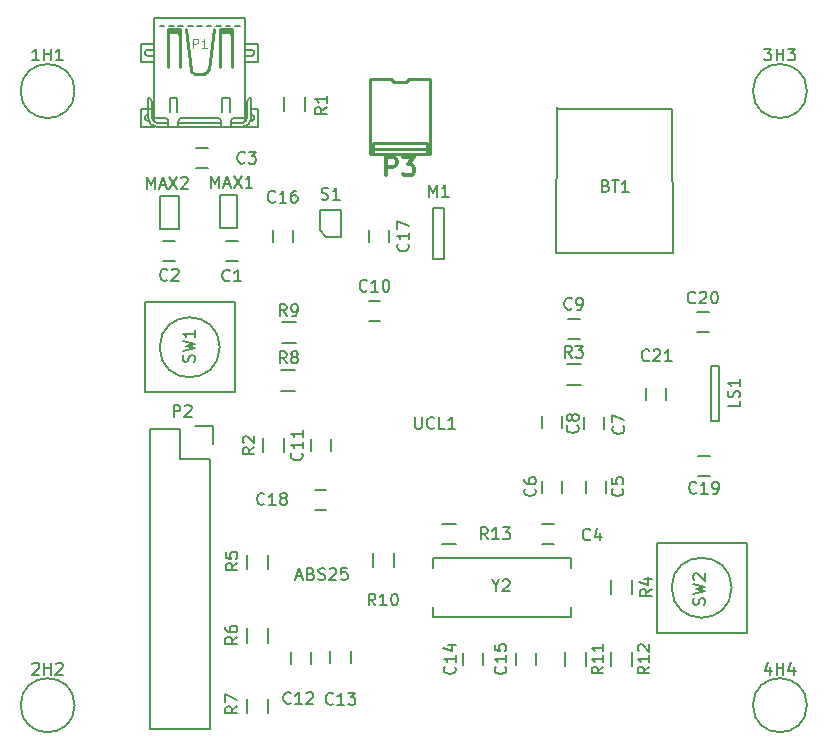
<source format=gto>
G04 #@! TF.FileFunction,Legend,Top*
%FSLAX46Y46*%
G04 Gerber Fmt 4.6, Leading zero omitted, Abs format (unit mm)*
G04 Created by KiCad (PCBNEW 4.0.1-3.201512161002+6197~38~ubuntu14.04.1-stable) date pet 18 dec 2015 18:38:33 CET*
%MOMM*%
G01*
G04 APERTURE LIST*
%ADD10C,0.100000*%
%ADD11C,0.150000*%
%ADD12C,0.127000*%
%ADD13C,0.250000*%
%ADD14C,0.254000*%
%ADD15C,0.076200*%
%ADD16C,0.304800*%
G04 APERTURE END LIST*
D10*
D11*
X135625000Y-95135000D02*
X135625000Y-96135000D01*
X137325000Y-96135000D02*
X137325000Y-95135000D01*
X149286000Y-70000000D02*
G75*
G03X149286000Y-70000000I-2286000J0D01*
G01*
X149286000Y-122000000D02*
G75*
G03X149286000Y-122000000I-2286000J0D01*
G01*
X87286000Y-122000000D02*
G75*
G03X87286000Y-122000000I-2286000J0D01*
G01*
X100084000Y-84416000D02*
X101084000Y-84416000D01*
X101084000Y-82716000D02*
X100084000Y-82716000D01*
X94780000Y-84430000D02*
X95780000Y-84430000D01*
X95780000Y-82730000D02*
X94780000Y-82730000D01*
X98544000Y-74842000D02*
X97544000Y-74842000D01*
X97544000Y-76542000D02*
X98544000Y-76542000D01*
X127900000Y-106650000D02*
X126900000Y-106650000D01*
X126900000Y-108350000D02*
X127900000Y-108350000D01*
X132250000Y-104000000D02*
X132250000Y-103000000D01*
X130550000Y-103000000D02*
X130550000Y-104000000D01*
X128550000Y-104000000D02*
X128550000Y-103000000D01*
X126850000Y-103000000D02*
X126850000Y-104000000D01*
X130425000Y-97575000D02*
X130425000Y-98575000D01*
X132125000Y-98575000D02*
X132125000Y-97575000D01*
X126850000Y-97550000D02*
X126850000Y-98550000D01*
X128550000Y-98550000D02*
X128550000Y-97550000D01*
X130050000Y-89300000D02*
X129050000Y-89300000D01*
X129050000Y-91000000D02*
X130050000Y-91000000D01*
X113175000Y-87775000D02*
X112175000Y-87775000D01*
X112175000Y-89475000D02*
X113175000Y-89475000D01*
X108975000Y-100475000D02*
X108975000Y-99475000D01*
X107275000Y-99475000D02*
X107275000Y-100475000D01*
X107320000Y-118500000D02*
X107320000Y-117500000D01*
X105620000Y-117500000D02*
X105620000Y-118500000D01*
X110650000Y-118420000D02*
X110650000Y-117420000D01*
X108950000Y-117420000D02*
X108950000Y-118420000D01*
X121850000Y-118600000D02*
X121850000Y-117600000D01*
X120150000Y-117600000D02*
X120150000Y-118600000D01*
X126350000Y-118600000D02*
X126350000Y-117600000D01*
X124650000Y-117600000D02*
X124650000Y-118600000D01*
X104052000Y-81796000D02*
X104052000Y-82796000D01*
X105752000Y-82796000D02*
X105752000Y-81796000D01*
X113880000Y-82796000D02*
X113880000Y-81796000D01*
X112180000Y-81796000D02*
X112180000Y-82796000D01*
X107600000Y-105450000D02*
X108600000Y-105450000D01*
X108600000Y-103750000D02*
X107600000Y-103750000D01*
X141085000Y-100935000D02*
X140085000Y-100935000D01*
X140085000Y-102635000D02*
X141085000Y-102635000D01*
X140015000Y-90435000D02*
X141015000Y-90435000D01*
X141015000Y-88735000D02*
X140015000Y-88735000D01*
X141185000Y-97975000D02*
X141285000Y-97975000D01*
X141285000Y-97975000D02*
X141885000Y-97975000D01*
X141885000Y-97975000D02*
X141885000Y-93275000D01*
X141885000Y-93275000D02*
X141185000Y-93275000D01*
X141185000Y-93275000D02*
X141185000Y-97975000D01*
X117660000Y-79892000D02*
X117660000Y-84242000D01*
X117660000Y-84242000D02*
X118560000Y-84242000D01*
X118560000Y-84242000D02*
X118560000Y-79892000D01*
X118560000Y-79892000D02*
X117660000Y-79892000D01*
X101034000Y-81614000D02*
X101034000Y-78814000D01*
X101034000Y-78814000D02*
X99634000Y-78814000D01*
X99634000Y-78814000D02*
X99634000Y-81614000D01*
X99634000Y-81614000D02*
X101034000Y-81614000D01*
X96120000Y-81714000D02*
X96120000Y-78914000D01*
X96120000Y-78914000D02*
X94520000Y-78914000D01*
X94520000Y-78914000D02*
X94520000Y-81714000D01*
X94520000Y-81714000D02*
X96120000Y-81714000D01*
D12*
X95476000Y-65018000D02*
G75*
G03X95226000Y-65268000I0J-250000D01*
G01*
X96126000Y-65268000D02*
G75*
G03X95876000Y-65018000I-250000J0D01*
G01*
X99876000Y-65018000D02*
G75*
G03X99626000Y-65268000I0J-250000D01*
G01*
X100526000Y-65268000D02*
G75*
G03X100276000Y-65018000I-250000J0D01*
G01*
X94926000Y-72268000D02*
X94026000Y-72268000D01*
X99376000Y-72268000D02*
X96376000Y-72268000D01*
X100826000Y-72268000D02*
X101726000Y-72268000D01*
D13*
X96176000Y-64968000D02*
X95176000Y-64968000D01*
X100576000Y-64968000D02*
X99576000Y-64968000D01*
X95176000Y-65468000D02*
X95176000Y-67968000D01*
X96176000Y-67968000D02*
X96176000Y-65468000D01*
X95176000Y-64718000D02*
X95176000Y-65468000D01*
X96176000Y-64718000D02*
X95176000Y-64718000D01*
X96176000Y-65468000D02*
X96176000Y-64718000D01*
X100576000Y-65468000D02*
X100576000Y-64718000D01*
X100576000Y-64718000D02*
X99576000Y-64718000D01*
X99576000Y-64718000D02*
X99576000Y-65468000D01*
X100576000Y-67968000D02*
X100576000Y-65468000D01*
X99576000Y-65468000D02*
X99576000Y-67968000D01*
X98626000Y-68218000D02*
X99076000Y-64718000D01*
X97126000Y-68218000D02*
X96676000Y-64718000D01*
X98326000Y-68518000D02*
X97426000Y-68518000D01*
X97126000Y-68218000D02*
G75*
G03X97426000Y-68518000I300000J0D01*
G01*
X98326000Y-68518000D02*
G75*
G03X98626000Y-68218000I0J300000D01*
G01*
D12*
X95326000Y-70618000D02*
X95326000Y-71768000D01*
X95976000Y-70618000D02*
X95326000Y-70618000D01*
X95976000Y-70618000D02*
X95976000Y-71768000D01*
X100426000Y-70618000D02*
X100426000Y-71768000D01*
X100426000Y-70618000D02*
X99776000Y-70618000D01*
X99776000Y-70618000D02*
X99776000Y-71768000D01*
X96076000Y-72568000D02*
X96076000Y-73018000D01*
X95226000Y-72568000D02*
X95226000Y-73018000D01*
X95226000Y-72568000D02*
G75*
G03X94926000Y-72268000I-300000J0D01*
G01*
X96376000Y-72268000D02*
G75*
G03X96076000Y-72568000I0J-300000D01*
G01*
X99676000Y-72568000D02*
X99676000Y-73018000D01*
X100526000Y-72568000D02*
X100526000Y-73018000D01*
X99676000Y-72568000D02*
G75*
G03X99376000Y-72268000I-300000J0D01*
G01*
X100826000Y-72268000D02*
G75*
G03X100526000Y-72568000I0J-300000D01*
G01*
X95226000Y-72668000D02*
X94226000Y-72668000D01*
X99676000Y-72668000D02*
X96076000Y-72668000D01*
X101526000Y-72668000D02*
X100526000Y-72668000D01*
X93526000Y-72018000D02*
X93476000Y-72018000D01*
X94026000Y-72018000D02*
X93876000Y-72018000D01*
X93476000Y-72518000D02*
X93526000Y-72518000D01*
X94026000Y-72518000D02*
X94026000Y-72268000D01*
X101876000Y-71518000D02*
X101726000Y-71518000D01*
X102826000Y-71518000D02*
X102226000Y-71518000D01*
X102226000Y-72018000D02*
X102276000Y-72018000D01*
X101876000Y-72018000D02*
X101726000Y-72018000D01*
X102276000Y-72518000D02*
X102226000Y-72518000D01*
X101726000Y-72518000D02*
X101726000Y-72268000D01*
X101526000Y-73018000D02*
X94226000Y-73018000D01*
X94226000Y-72668000D02*
G75*
G02X93876000Y-72318000I0J350000D01*
G01*
X94226000Y-73018000D02*
G75*
G02X93526000Y-72318000I0J700000D01*
G01*
X93876000Y-70968000D02*
X93876000Y-72318000D01*
X93676000Y-70618000D02*
X93876000Y-70968000D01*
X93626000Y-70618000D02*
X93676000Y-70618000D01*
X93526000Y-70618000D02*
X93626000Y-70618000D01*
X93526000Y-72318000D02*
X93526000Y-70618000D01*
X102226000Y-72318000D02*
X102226000Y-70618000D01*
X102226000Y-70618000D02*
X102126000Y-70618000D01*
X102126000Y-70618000D02*
X102076000Y-70618000D01*
X102076000Y-70618000D02*
X101876000Y-70968000D01*
X101876000Y-70968000D02*
X101876000Y-72318000D01*
X101526000Y-73018000D02*
G75*
G03X102226000Y-72318000I0J700000D01*
G01*
X101526000Y-72668000D02*
G75*
G03X101876000Y-72318000I0J350000D01*
G01*
X93476000Y-66518000D02*
G75*
G03X93226000Y-66768000I0J-250000D01*
G01*
X93226000Y-66768000D02*
G75*
G03X93476000Y-67018000I250000J0D01*
G01*
X93476000Y-66518000D02*
X94026000Y-66518000D01*
X93476000Y-67018000D02*
X94026000Y-67018000D01*
X93476000Y-72018000D02*
G75*
G03X93226000Y-72268000I0J-250000D01*
G01*
X93226000Y-72268000D02*
G75*
G03X93476000Y-72518000I250000J0D01*
G01*
X102276000Y-66518000D02*
X101726000Y-66518000D01*
X102276000Y-67018000D02*
X101726000Y-67018000D01*
X102526000Y-66768000D02*
G75*
G03X102276000Y-66518000I-250000J0D01*
G01*
X102276000Y-67018000D02*
G75*
G03X102526000Y-66768000I0J250000D01*
G01*
X102526000Y-72268000D02*
G75*
G03X102276000Y-72018000I-250000J0D01*
G01*
X102276000Y-72518000D02*
G75*
G03X102526000Y-72268000I0J250000D01*
G01*
X101726000Y-73018000D02*
X102826000Y-73018000D01*
X102826000Y-73018000D02*
X102826000Y-71518000D01*
X94026000Y-71518000D02*
X92926000Y-71518000D01*
X92926000Y-71518000D02*
X92926000Y-73018000D01*
X92926000Y-73018000D02*
X94026000Y-73018000D01*
X94026000Y-66018000D02*
X92926000Y-66018000D01*
X92926000Y-66018000D02*
X92926000Y-67518000D01*
X92926000Y-67518000D02*
X94026000Y-67518000D01*
X101726000Y-66018000D02*
X102826000Y-66018000D01*
X102826000Y-66018000D02*
X102826000Y-67518000D01*
X102826000Y-67518000D02*
X101726000Y-67518000D01*
X101726000Y-63818000D02*
X101726000Y-72268000D01*
X94026000Y-72268000D02*
X94026000Y-63818000D01*
X101726000Y-63818000D02*
X94026000Y-63818000D01*
X101276000Y-64468000D02*
X100876000Y-64468000D01*
X100476000Y-64468000D02*
X100076000Y-64468000D01*
X99676000Y-64468000D02*
X99276000Y-64468000D01*
X98876000Y-64468000D02*
X98476000Y-64468000D01*
X94876000Y-64468000D02*
X94476000Y-64468000D01*
X95676000Y-64468000D02*
X95276000Y-64468000D01*
X96476000Y-64468000D02*
X96076000Y-64468000D01*
X97276000Y-64468000D02*
X96876000Y-64468000D01*
X98076000Y-64468000D02*
X97676000Y-64468000D01*
D11*
X93665000Y-124045000D02*
X93665000Y-98645000D01*
X98745000Y-101185000D02*
X98745000Y-124045000D01*
X93665000Y-124045000D02*
X98745000Y-124045000D01*
X93665000Y-98645000D02*
X96205000Y-98645000D01*
X99025000Y-99915000D02*
X99025000Y-98365000D01*
X96205000Y-98645000D02*
X96205000Y-101185000D01*
X96205000Y-101185000D02*
X98745000Y-101185000D01*
X99025000Y-98365000D02*
X97475000Y-98365000D01*
D14*
X117094000Y-74422000D02*
X112522000Y-74422000D01*
X112522000Y-74930000D02*
X117094000Y-74930000D01*
X112522000Y-74422000D02*
X112522000Y-75311000D01*
X117094000Y-74422000D02*
X117094000Y-75311000D01*
X115570000Y-68961000D02*
X117348000Y-68961000D01*
X114046000Y-68961000D02*
X112268000Y-68961000D01*
X114300000Y-69215000D02*
X114046000Y-68961000D01*
X115316000Y-69215000D02*
X115570000Y-68961000D01*
X115316000Y-69215000D02*
X114300000Y-69215000D01*
X112268000Y-75311000D02*
X112268000Y-68961000D01*
X117348000Y-68961000D02*
X117348000Y-75311000D01*
X117348000Y-75311000D02*
X112268000Y-75311000D01*
D11*
X105043000Y-71720000D02*
X105043000Y-70520000D01*
X106793000Y-70520000D02*
X106793000Y-71720000D01*
X105025000Y-99400000D02*
X105025000Y-100600000D01*
X103275000Y-100600000D02*
X103275000Y-99400000D01*
X130150000Y-94900000D02*
X128950000Y-94900000D01*
X128950000Y-93150000D02*
X130150000Y-93150000D01*
X132725000Y-112600000D02*
X132725000Y-111400000D01*
X134475000Y-111400000D02*
X134475000Y-112600000D01*
X103625000Y-109250000D02*
X103625000Y-110450000D01*
X101875000Y-110450000D02*
X101875000Y-109250000D01*
X101900000Y-116700000D02*
X101900000Y-115500000D01*
X103650000Y-115500000D02*
X103650000Y-116700000D01*
X101925000Y-122675000D02*
X101925000Y-121475000D01*
X103675000Y-121475000D02*
X103675000Y-122675000D01*
X105980000Y-95355000D02*
X104780000Y-95355000D01*
X104780000Y-93605000D02*
X105980000Y-93605000D01*
X106010000Y-91299000D02*
X104810000Y-91299000D01*
X104810000Y-89549000D02*
X106010000Y-89549000D01*
X112545000Y-110340000D02*
X112545000Y-109140000D01*
X114295000Y-109140000D02*
X114295000Y-110340000D01*
X130575000Y-117500000D02*
X130575000Y-118700000D01*
X128825000Y-118700000D02*
X128825000Y-117500000D01*
X132725000Y-118700000D02*
X132725000Y-117500000D01*
X134475000Y-117500000D02*
X134475000Y-118700000D01*
X119600000Y-108375000D02*
X118400000Y-108375000D01*
X118400000Y-106625000D02*
X119600000Y-106625000D01*
X108036000Y-80080000D02*
X108036000Y-81780000D01*
X108036000Y-81780000D02*
X108536000Y-82380000D01*
X108536000Y-82380000D02*
X109836000Y-82380000D01*
X109836000Y-82380000D02*
X109836000Y-80180000D01*
X109836000Y-80180000D02*
X109836000Y-80080000D01*
X109836000Y-80080000D02*
X108036000Y-80080000D01*
X99568000Y-91694000D02*
G75*
G03X99568000Y-91694000I-2540000J0D01*
G01*
X100838000Y-87884000D02*
X100838000Y-95504000D01*
X100838000Y-95504000D02*
X93218000Y-95504000D01*
X93218000Y-95504000D02*
X93218000Y-87884000D01*
X100838000Y-87884000D02*
X93218000Y-87884000D01*
X117650380Y-114499360D02*
X129349620Y-114499360D01*
X129349620Y-109500640D02*
X117650380Y-109500640D01*
X129349620Y-114499360D02*
X129349620Y-113651000D01*
X129349620Y-109500640D02*
X129349620Y-110349000D01*
X117650380Y-114499360D02*
X117650380Y-113651000D01*
X117650380Y-109500640D02*
X117650380Y-110349000D01*
X87286000Y-70000000D02*
G75*
G03X87286000Y-70000000I-2286000J0D01*
G01*
X128134000Y-71390000D02*
X128084000Y-83740000D01*
X128084000Y-83740000D02*
X137934000Y-83740000D01*
X137934000Y-83740000D02*
X137884000Y-71540000D01*
X137884000Y-71540000D02*
X128134000Y-71540000D01*
X142915000Y-112050000D02*
G75*
G03X142915000Y-112050000I-2540000J0D01*
G01*
X136565000Y-115860000D02*
X136565000Y-108240000D01*
X136565000Y-108240000D02*
X144185000Y-108240000D01*
X144185000Y-108240000D02*
X144185000Y-115860000D01*
X136565000Y-115860000D02*
X144185000Y-115860000D01*
X116108333Y-97602381D02*
X116108333Y-98411905D01*
X116155952Y-98507143D01*
X116203571Y-98554762D01*
X116298809Y-98602381D01*
X116489286Y-98602381D01*
X116584524Y-98554762D01*
X116632143Y-98507143D01*
X116679762Y-98411905D01*
X116679762Y-97602381D01*
X117727381Y-98507143D02*
X117679762Y-98554762D01*
X117536905Y-98602381D01*
X117441667Y-98602381D01*
X117298809Y-98554762D01*
X117203571Y-98459524D01*
X117155952Y-98364286D01*
X117108333Y-98173810D01*
X117108333Y-98030952D01*
X117155952Y-97840476D01*
X117203571Y-97745238D01*
X117298809Y-97650000D01*
X117441667Y-97602381D01*
X117536905Y-97602381D01*
X117679762Y-97650000D01*
X117727381Y-97697619D01*
X118632143Y-98602381D02*
X118155952Y-98602381D01*
X118155952Y-97602381D01*
X119489286Y-98602381D02*
X118917857Y-98602381D01*
X119203571Y-98602381D02*
X119203571Y-97602381D01*
X119108333Y-97745238D01*
X119013095Y-97840476D01*
X118917857Y-97888095D01*
X135932143Y-92782143D02*
X135884524Y-92829762D01*
X135741667Y-92877381D01*
X135646429Y-92877381D01*
X135503571Y-92829762D01*
X135408333Y-92734524D01*
X135360714Y-92639286D01*
X135313095Y-92448810D01*
X135313095Y-92305952D01*
X135360714Y-92115476D01*
X135408333Y-92020238D01*
X135503571Y-91925000D01*
X135646429Y-91877381D01*
X135741667Y-91877381D01*
X135884524Y-91925000D01*
X135932143Y-91972619D01*
X136313095Y-91972619D02*
X136360714Y-91925000D01*
X136455952Y-91877381D01*
X136694048Y-91877381D01*
X136789286Y-91925000D01*
X136836905Y-91972619D01*
X136884524Y-92067857D01*
X136884524Y-92163095D01*
X136836905Y-92305952D01*
X136265476Y-92877381D01*
X136884524Y-92877381D01*
X137836905Y-92877381D02*
X137265476Y-92877381D01*
X137551190Y-92877381D02*
X137551190Y-91877381D01*
X137455952Y-92020238D01*
X137360714Y-92115476D01*
X137265476Y-92163095D01*
X145666667Y-66404381D02*
X146285715Y-66404381D01*
X145952381Y-66785333D01*
X146095239Y-66785333D01*
X146190477Y-66832952D01*
X146238096Y-66880571D01*
X146285715Y-66975810D01*
X146285715Y-67213905D01*
X146238096Y-67309143D01*
X146190477Y-67356762D01*
X146095239Y-67404381D01*
X145809524Y-67404381D01*
X145714286Y-67356762D01*
X145666667Y-67309143D01*
X146714286Y-67404381D02*
X146714286Y-66404381D01*
X146714286Y-66880571D02*
X147285715Y-66880571D01*
X147285715Y-67404381D02*
X147285715Y-66404381D01*
X147666667Y-66404381D02*
X148285715Y-66404381D01*
X147952381Y-66785333D01*
X148095239Y-66785333D01*
X148190477Y-66832952D01*
X148238096Y-66880571D01*
X148285715Y-66975810D01*
X148285715Y-67213905D01*
X148238096Y-67309143D01*
X148190477Y-67356762D01*
X148095239Y-67404381D01*
X147809524Y-67404381D01*
X147714286Y-67356762D01*
X147666667Y-67309143D01*
X146190477Y-118737714D02*
X146190477Y-119404381D01*
X145952381Y-118356762D02*
X145714286Y-119071048D01*
X146333334Y-119071048D01*
X146714286Y-119404381D02*
X146714286Y-118404381D01*
X146714286Y-118880571D02*
X147285715Y-118880571D01*
X147285715Y-119404381D02*
X147285715Y-118404381D01*
X148190477Y-118737714D02*
X148190477Y-119404381D01*
X147952381Y-118356762D02*
X147714286Y-119071048D01*
X148333334Y-119071048D01*
X83714286Y-118499619D02*
X83761905Y-118452000D01*
X83857143Y-118404381D01*
X84095239Y-118404381D01*
X84190477Y-118452000D01*
X84238096Y-118499619D01*
X84285715Y-118594857D01*
X84285715Y-118690095D01*
X84238096Y-118832952D01*
X83666667Y-119404381D01*
X84285715Y-119404381D01*
X84714286Y-119404381D02*
X84714286Y-118404381D01*
X84714286Y-118880571D02*
X85285715Y-118880571D01*
X85285715Y-119404381D02*
X85285715Y-118404381D01*
X85714286Y-118499619D02*
X85761905Y-118452000D01*
X85857143Y-118404381D01*
X86095239Y-118404381D01*
X86190477Y-118452000D01*
X86238096Y-118499619D01*
X86285715Y-118594857D01*
X86285715Y-118690095D01*
X86238096Y-118832952D01*
X85666667Y-119404381D01*
X86285715Y-119404381D01*
X100417334Y-86023143D02*
X100369715Y-86070762D01*
X100226858Y-86118381D01*
X100131620Y-86118381D01*
X99988762Y-86070762D01*
X99893524Y-85975524D01*
X99845905Y-85880286D01*
X99798286Y-85689810D01*
X99798286Y-85546952D01*
X99845905Y-85356476D01*
X99893524Y-85261238D01*
X99988762Y-85166000D01*
X100131620Y-85118381D01*
X100226858Y-85118381D01*
X100369715Y-85166000D01*
X100417334Y-85213619D01*
X101369715Y-86118381D02*
X100798286Y-86118381D01*
X101084000Y-86118381D02*
X101084000Y-85118381D01*
X100988762Y-85261238D01*
X100893524Y-85356476D01*
X100798286Y-85404095D01*
X95133334Y-85957143D02*
X95085715Y-86004762D01*
X94942858Y-86052381D01*
X94847620Y-86052381D01*
X94704762Y-86004762D01*
X94609524Y-85909524D01*
X94561905Y-85814286D01*
X94514286Y-85623810D01*
X94514286Y-85480952D01*
X94561905Y-85290476D01*
X94609524Y-85195238D01*
X94704762Y-85100000D01*
X94847620Y-85052381D01*
X94942858Y-85052381D01*
X95085715Y-85100000D01*
X95133334Y-85147619D01*
X95514286Y-85147619D02*
X95561905Y-85100000D01*
X95657143Y-85052381D01*
X95895239Y-85052381D01*
X95990477Y-85100000D01*
X96038096Y-85147619D01*
X96085715Y-85242857D01*
X96085715Y-85338095D01*
X96038096Y-85480952D01*
X95466667Y-86052381D01*
X96085715Y-86052381D01*
X101687334Y-76049143D02*
X101639715Y-76096762D01*
X101496858Y-76144381D01*
X101401620Y-76144381D01*
X101258762Y-76096762D01*
X101163524Y-76001524D01*
X101115905Y-75906286D01*
X101068286Y-75715810D01*
X101068286Y-75572952D01*
X101115905Y-75382476D01*
X101163524Y-75287238D01*
X101258762Y-75192000D01*
X101401620Y-75144381D01*
X101496858Y-75144381D01*
X101639715Y-75192000D01*
X101687334Y-75239619D01*
X102020667Y-75144381D02*
X102639715Y-75144381D01*
X102306381Y-75525333D01*
X102449239Y-75525333D01*
X102544477Y-75572952D01*
X102592096Y-75620571D01*
X102639715Y-75715810D01*
X102639715Y-75953905D01*
X102592096Y-76049143D01*
X102544477Y-76096762D01*
X102449239Y-76144381D01*
X102163524Y-76144381D01*
X102068286Y-76096762D01*
X102020667Y-76049143D01*
X130933334Y-107957143D02*
X130885715Y-108004762D01*
X130742858Y-108052381D01*
X130647620Y-108052381D01*
X130504762Y-108004762D01*
X130409524Y-107909524D01*
X130361905Y-107814286D01*
X130314286Y-107623810D01*
X130314286Y-107480952D01*
X130361905Y-107290476D01*
X130409524Y-107195238D01*
X130504762Y-107100000D01*
X130647620Y-107052381D01*
X130742858Y-107052381D01*
X130885715Y-107100000D01*
X130933334Y-107147619D01*
X131790477Y-107385714D02*
X131790477Y-108052381D01*
X131552381Y-107004762D02*
X131314286Y-107719048D01*
X131933334Y-107719048D01*
X133657143Y-103666666D02*
X133704762Y-103714285D01*
X133752381Y-103857142D01*
X133752381Y-103952380D01*
X133704762Y-104095238D01*
X133609524Y-104190476D01*
X133514286Y-104238095D01*
X133323810Y-104285714D01*
X133180952Y-104285714D01*
X132990476Y-104238095D01*
X132895238Y-104190476D01*
X132800000Y-104095238D01*
X132752381Y-103952380D01*
X132752381Y-103857142D01*
X132800000Y-103714285D01*
X132847619Y-103666666D01*
X132752381Y-102761904D02*
X132752381Y-103238095D01*
X133228571Y-103285714D01*
X133180952Y-103238095D01*
X133133333Y-103142857D01*
X133133333Y-102904761D01*
X133180952Y-102809523D01*
X133228571Y-102761904D01*
X133323810Y-102714285D01*
X133561905Y-102714285D01*
X133657143Y-102761904D01*
X133704762Y-102809523D01*
X133752381Y-102904761D01*
X133752381Y-103142857D01*
X133704762Y-103238095D01*
X133657143Y-103285714D01*
X126257143Y-103666666D02*
X126304762Y-103714285D01*
X126352381Y-103857142D01*
X126352381Y-103952380D01*
X126304762Y-104095238D01*
X126209524Y-104190476D01*
X126114286Y-104238095D01*
X125923810Y-104285714D01*
X125780952Y-104285714D01*
X125590476Y-104238095D01*
X125495238Y-104190476D01*
X125400000Y-104095238D01*
X125352381Y-103952380D01*
X125352381Y-103857142D01*
X125400000Y-103714285D01*
X125447619Y-103666666D01*
X125352381Y-102809523D02*
X125352381Y-103000000D01*
X125400000Y-103095238D01*
X125447619Y-103142857D01*
X125590476Y-103238095D01*
X125780952Y-103285714D01*
X126161905Y-103285714D01*
X126257143Y-103238095D01*
X126304762Y-103190476D01*
X126352381Y-103095238D01*
X126352381Y-102904761D01*
X126304762Y-102809523D01*
X126257143Y-102761904D01*
X126161905Y-102714285D01*
X125923810Y-102714285D01*
X125828571Y-102761904D01*
X125780952Y-102809523D01*
X125733333Y-102904761D01*
X125733333Y-103095238D01*
X125780952Y-103190476D01*
X125828571Y-103238095D01*
X125923810Y-103285714D01*
X133732143Y-98391666D02*
X133779762Y-98439285D01*
X133827381Y-98582142D01*
X133827381Y-98677380D01*
X133779762Y-98820238D01*
X133684524Y-98915476D01*
X133589286Y-98963095D01*
X133398810Y-99010714D01*
X133255952Y-99010714D01*
X133065476Y-98963095D01*
X132970238Y-98915476D01*
X132875000Y-98820238D01*
X132827381Y-98677380D01*
X132827381Y-98582142D01*
X132875000Y-98439285D01*
X132922619Y-98391666D01*
X132827381Y-98058333D02*
X132827381Y-97391666D01*
X133827381Y-97820238D01*
X129857143Y-98316666D02*
X129904762Y-98364285D01*
X129952381Y-98507142D01*
X129952381Y-98602380D01*
X129904762Y-98745238D01*
X129809524Y-98840476D01*
X129714286Y-98888095D01*
X129523810Y-98935714D01*
X129380952Y-98935714D01*
X129190476Y-98888095D01*
X129095238Y-98840476D01*
X129000000Y-98745238D01*
X128952381Y-98602380D01*
X128952381Y-98507142D01*
X129000000Y-98364285D01*
X129047619Y-98316666D01*
X129380952Y-97745238D02*
X129333333Y-97840476D01*
X129285714Y-97888095D01*
X129190476Y-97935714D01*
X129142857Y-97935714D01*
X129047619Y-97888095D01*
X129000000Y-97840476D01*
X128952381Y-97745238D01*
X128952381Y-97554761D01*
X129000000Y-97459523D01*
X129047619Y-97411904D01*
X129142857Y-97364285D01*
X129190476Y-97364285D01*
X129285714Y-97411904D01*
X129333333Y-97459523D01*
X129380952Y-97554761D01*
X129380952Y-97745238D01*
X129428571Y-97840476D01*
X129476190Y-97888095D01*
X129571429Y-97935714D01*
X129761905Y-97935714D01*
X129857143Y-97888095D01*
X129904762Y-97840476D01*
X129952381Y-97745238D01*
X129952381Y-97554761D01*
X129904762Y-97459523D01*
X129857143Y-97411904D01*
X129761905Y-97364285D01*
X129571429Y-97364285D01*
X129476190Y-97411904D01*
X129428571Y-97459523D01*
X129380952Y-97554761D01*
X129383334Y-88407143D02*
X129335715Y-88454762D01*
X129192858Y-88502381D01*
X129097620Y-88502381D01*
X128954762Y-88454762D01*
X128859524Y-88359524D01*
X128811905Y-88264286D01*
X128764286Y-88073810D01*
X128764286Y-87930952D01*
X128811905Y-87740476D01*
X128859524Y-87645238D01*
X128954762Y-87550000D01*
X129097620Y-87502381D01*
X129192858Y-87502381D01*
X129335715Y-87550000D01*
X129383334Y-87597619D01*
X129859524Y-88502381D02*
X130050000Y-88502381D01*
X130145239Y-88454762D01*
X130192858Y-88407143D01*
X130288096Y-88264286D01*
X130335715Y-88073810D01*
X130335715Y-87692857D01*
X130288096Y-87597619D01*
X130240477Y-87550000D01*
X130145239Y-87502381D01*
X129954762Y-87502381D01*
X129859524Y-87550000D01*
X129811905Y-87597619D01*
X129764286Y-87692857D01*
X129764286Y-87930952D01*
X129811905Y-88026190D01*
X129859524Y-88073810D01*
X129954762Y-88121429D01*
X130145239Y-88121429D01*
X130240477Y-88073810D01*
X130288096Y-88026190D01*
X130335715Y-87930952D01*
X112032143Y-86882143D02*
X111984524Y-86929762D01*
X111841667Y-86977381D01*
X111746429Y-86977381D01*
X111603571Y-86929762D01*
X111508333Y-86834524D01*
X111460714Y-86739286D01*
X111413095Y-86548810D01*
X111413095Y-86405952D01*
X111460714Y-86215476D01*
X111508333Y-86120238D01*
X111603571Y-86025000D01*
X111746429Y-85977381D01*
X111841667Y-85977381D01*
X111984524Y-86025000D01*
X112032143Y-86072619D01*
X112984524Y-86977381D02*
X112413095Y-86977381D01*
X112698809Y-86977381D02*
X112698809Y-85977381D01*
X112603571Y-86120238D01*
X112508333Y-86215476D01*
X112413095Y-86263095D01*
X113603571Y-85977381D02*
X113698810Y-85977381D01*
X113794048Y-86025000D01*
X113841667Y-86072619D01*
X113889286Y-86167857D01*
X113936905Y-86358333D01*
X113936905Y-86596429D01*
X113889286Y-86786905D01*
X113841667Y-86882143D01*
X113794048Y-86929762D01*
X113698810Y-86977381D01*
X113603571Y-86977381D01*
X113508333Y-86929762D01*
X113460714Y-86882143D01*
X113413095Y-86786905D01*
X113365476Y-86596429D01*
X113365476Y-86358333D01*
X113413095Y-86167857D01*
X113460714Y-86072619D01*
X113508333Y-86025000D01*
X113603571Y-85977381D01*
X106507143Y-100642857D02*
X106554762Y-100690476D01*
X106602381Y-100833333D01*
X106602381Y-100928571D01*
X106554762Y-101071429D01*
X106459524Y-101166667D01*
X106364286Y-101214286D01*
X106173810Y-101261905D01*
X106030952Y-101261905D01*
X105840476Y-101214286D01*
X105745238Y-101166667D01*
X105650000Y-101071429D01*
X105602381Y-100928571D01*
X105602381Y-100833333D01*
X105650000Y-100690476D01*
X105697619Y-100642857D01*
X106602381Y-99690476D02*
X106602381Y-100261905D01*
X106602381Y-99976191D02*
X105602381Y-99976191D01*
X105745238Y-100071429D01*
X105840476Y-100166667D01*
X105888095Y-100261905D01*
X106602381Y-98738095D02*
X106602381Y-99309524D01*
X106602381Y-99023810D02*
X105602381Y-99023810D01*
X105745238Y-99119048D01*
X105840476Y-99214286D01*
X105888095Y-99309524D01*
X105587143Y-121807143D02*
X105539524Y-121854762D01*
X105396667Y-121902381D01*
X105301429Y-121902381D01*
X105158571Y-121854762D01*
X105063333Y-121759524D01*
X105015714Y-121664286D01*
X104968095Y-121473810D01*
X104968095Y-121330952D01*
X105015714Y-121140476D01*
X105063333Y-121045238D01*
X105158571Y-120950000D01*
X105301429Y-120902381D01*
X105396667Y-120902381D01*
X105539524Y-120950000D01*
X105587143Y-120997619D01*
X106539524Y-121902381D02*
X105968095Y-121902381D01*
X106253809Y-121902381D02*
X106253809Y-120902381D01*
X106158571Y-121045238D01*
X106063333Y-121140476D01*
X105968095Y-121188095D01*
X106920476Y-120997619D02*
X106968095Y-120950000D01*
X107063333Y-120902381D01*
X107301429Y-120902381D01*
X107396667Y-120950000D01*
X107444286Y-120997619D01*
X107491905Y-121092857D01*
X107491905Y-121188095D01*
X107444286Y-121330952D01*
X106872857Y-121902381D01*
X107491905Y-121902381D01*
X109157143Y-121857143D02*
X109109524Y-121904762D01*
X108966667Y-121952381D01*
X108871429Y-121952381D01*
X108728571Y-121904762D01*
X108633333Y-121809524D01*
X108585714Y-121714286D01*
X108538095Y-121523810D01*
X108538095Y-121380952D01*
X108585714Y-121190476D01*
X108633333Y-121095238D01*
X108728571Y-121000000D01*
X108871429Y-120952381D01*
X108966667Y-120952381D01*
X109109524Y-121000000D01*
X109157143Y-121047619D01*
X110109524Y-121952381D02*
X109538095Y-121952381D01*
X109823809Y-121952381D02*
X109823809Y-120952381D01*
X109728571Y-121095238D01*
X109633333Y-121190476D01*
X109538095Y-121238095D01*
X110442857Y-120952381D02*
X111061905Y-120952381D01*
X110728571Y-121333333D01*
X110871429Y-121333333D01*
X110966667Y-121380952D01*
X111014286Y-121428571D01*
X111061905Y-121523810D01*
X111061905Y-121761905D01*
X111014286Y-121857143D01*
X110966667Y-121904762D01*
X110871429Y-121952381D01*
X110585714Y-121952381D01*
X110490476Y-121904762D01*
X110442857Y-121857143D01*
X119457143Y-118742857D02*
X119504762Y-118790476D01*
X119552381Y-118933333D01*
X119552381Y-119028571D01*
X119504762Y-119171429D01*
X119409524Y-119266667D01*
X119314286Y-119314286D01*
X119123810Y-119361905D01*
X118980952Y-119361905D01*
X118790476Y-119314286D01*
X118695238Y-119266667D01*
X118600000Y-119171429D01*
X118552381Y-119028571D01*
X118552381Y-118933333D01*
X118600000Y-118790476D01*
X118647619Y-118742857D01*
X119552381Y-117790476D02*
X119552381Y-118361905D01*
X119552381Y-118076191D02*
X118552381Y-118076191D01*
X118695238Y-118171429D01*
X118790476Y-118266667D01*
X118838095Y-118361905D01*
X118885714Y-116933333D02*
X119552381Y-116933333D01*
X118504762Y-117171429D02*
X119219048Y-117409524D01*
X119219048Y-116790476D01*
X123757143Y-118742857D02*
X123804762Y-118790476D01*
X123852381Y-118933333D01*
X123852381Y-119028571D01*
X123804762Y-119171429D01*
X123709524Y-119266667D01*
X123614286Y-119314286D01*
X123423810Y-119361905D01*
X123280952Y-119361905D01*
X123090476Y-119314286D01*
X122995238Y-119266667D01*
X122900000Y-119171429D01*
X122852381Y-119028571D01*
X122852381Y-118933333D01*
X122900000Y-118790476D01*
X122947619Y-118742857D01*
X123852381Y-117790476D02*
X123852381Y-118361905D01*
X123852381Y-118076191D02*
X122852381Y-118076191D01*
X122995238Y-118171429D01*
X123090476Y-118266667D01*
X123138095Y-118361905D01*
X122852381Y-116885714D02*
X122852381Y-117361905D01*
X123328571Y-117409524D01*
X123280952Y-117361905D01*
X123233333Y-117266667D01*
X123233333Y-117028571D01*
X123280952Y-116933333D01*
X123328571Y-116885714D01*
X123423810Y-116838095D01*
X123661905Y-116838095D01*
X123757143Y-116885714D01*
X123804762Y-116933333D01*
X123852381Y-117028571D01*
X123852381Y-117266667D01*
X123804762Y-117361905D01*
X123757143Y-117409524D01*
X104259143Y-79351143D02*
X104211524Y-79398762D01*
X104068667Y-79446381D01*
X103973429Y-79446381D01*
X103830571Y-79398762D01*
X103735333Y-79303524D01*
X103687714Y-79208286D01*
X103640095Y-79017810D01*
X103640095Y-78874952D01*
X103687714Y-78684476D01*
X103735333Y-78589238D01*
X103830571Y-78494000D01*
X103973429Y-78446381D01*
X104068667Y-78446381D01*
X104211524Y-78494000D01*
X104259143Y-78541619D01*
X105211524Y-79446381D02*
X104640095Y-79446381D01*
X104925809Y-79446381D02*
X104925809Y-78446381D01*
X104830571Y-78589238D01*
X104735333Y-78684476D01*
X104640095Y-78732095D01*
X106068667Y-78446381D02*
X105878190Y-78446381D01*
X105782952Y-78494000D01*
X105735333Y-78541619D01*
X105640095Y-78684476D01*
X105592476Y-78874952D01*
X105592476Y-79255905D01*
X105640095Y-79351143D01*
X105687714Y-79398762D01*
X105782952Y-79446381D01*
X105973429Y-79446381D01*
X106068667Y-79398762D01*
X106116286Y-79351143D01*
X106163905Y-79255905D01*
X106163905Y-79017810D01*
X106116286Y-78922571D01*
X106068667Y-78874952D01*
X105973429Y-78827333D01*
X105782952Y-78827333D01*
X105687714Y-78874952D01*
X105640095Y-78922571D01*
X105592476Y-79017810D01*
X115487143Y-82938857D02*
X115534762Y-82986476D01*
X115582381Y-83129333D01*
X115582381Y-83224571D01*
X115534762Y-83367429D01*
X115439524Y-83462667D01*
X115344286Y-83510286D01*
X115153810Y-83557905D01*
X115010952Y-83557905D01*
X114820476Y-83510286D01*
X114725238Y-83462667D01*
X114630000Y-83367429D01*
X114582381Y-83224571D01*
X114582381Y-83129333D01*
X114630000Y-82986476D01*
X114677619Y-82938857D01*
X115582381Y-81986476D02*
X115582381Y-82557905D01*
X115582381Y-82272191D02*
X114582381Y-82272191D01*
X114725238Y-82367429D01*
X114820476Y-82462667D01*
X114868095Y-82557905D01*
X114582381Y-81653143D02*
X114582381Y-80986476D01*
X115582381Y-81415048D01*
X103357143Y-104957143D02*
X103309524Y-105004762D01*
X103166667Y-105052381D01*
X103071429Y-105052381D01*
X102928571Y-105004762D01*
X102833333Y-104909524D01*
X102785714Y-104814286D01*
X102738095Y-104623810D01*
X102738095Y-104480952D01*
X102785714Y-104290476D01*
X102833333Y-104195238D01*
X102928571Y-104100000D01*
X103071429Y-104052381D01*
X103166667Y-104052381D01*
X103309524Y-104100000D01*
X103357143Y-104147619D01*
X104309524Y-105052381D02*
X103738095Y-105052381D01*
X104023809Y-105052381D02*
X104023809Y-104052381D01*
X103928571Y-104195238D01*
X103833333Y-104290476D01*
X103738095Y-104338095D01*
X104880952Y-104480952D02*
X104785714Y-104433333D01*
X104738095Y-104385714D01*
X104690476Y-104290476D01*
X104690476Y-104242857D01*
X104738095Y-104147619D01*
X104785714Y-104100000D01*
X104880952Y-104052381D01*
X105071429Y-104052381D01*
X105166667Y-104100000D01*
X105214286Y-104147619D01*
X105261905Y-104242857D01*
X105261905Y-104290476D01*
X105214286Y-104385714D01*
X105166667Y-104433333D01*
X105071429Y-104480952D01*
X104880952Y-104480952D01*
X104785714Y-104528571D01*
X104738095Y-104576190D01*
X104690476Y-104671429D01*
X104690476Y-104861905D01*
X104738095Y-104957143D01*
X104785714Y-105004762D01*
X104880952Y-105052381D01*
X105071429Y-105052381D01*
X105166667Y-105004762D01*
X105214286Y-104957143D01*
X105261905Y-104861905D01*
X105261905Y-104671429D01*
X105214286Y-104576190D01*
X105166667Y-104528571D01*
X105071429Y-104480952D01*
X139932143Y-103982143D02*
X139884524Y-104029762D01*
X139741667Y-104077381D01*
X139646429Y-104077381D01*
X139503571Y-104029762D01*
X139408333Y-103934524D01*
X139360714Y-103839286D01*
X139313095Y-103648810D01*
X139313095Y-103505952D01*
X139360714Y-103315476D01*
X139408333Y-103220238D01*
X139503571Y-103125000D01*
X139646429Y-103077381D01*
X139741667Y-103077381D01*
X139884524Y-103125000D01*
X139932143Y-103172619D01*
X140884524Y-104077381D02*
X140313095Y-104077381D01*
X140598809Y-104077381D02*
X140598809Y-103077381D01*
X140503571Y-103220238D01*
X140408333Y-103315476D01*
X140313095Y-103363095D01*
X141360714Y-104077381D02*
X141551190Y-104077381D01*
X141646429Y-104029762D01*
X141694048Y-103982143D01*
X141789286Y-103839286D01*
X141836905Y-103648810D01*
X141836905Y-103267857D01*
X141789286Y-103172619D01*
X141741667Y-103125000D01*
X141646429Y-103077381D01*
X141455952Y-103077381D01*
X141360714Y-103125000D01*
X141313095Y-103172619D01*
X141265476Y-103267857D01*
X141265476Y-103505952D01*
X141313095Y-103601190D01*
X141360714Y-103648810D01*
X141455952Y-103696429D01*
X141646429Y-103696429D01*
X141741667Y-103648810D01*
X141789286Y-103601190D01*
X141836905Y-103505952D01*
X139832143Y-87882143D02*
X139784524Y-87929762D01*
X139641667Y-87977381D01*
X139546429Y-87977381D01*
X139403571Y-87929762D01*
X139308333Y-87834524D01*
X139260714Y-87739286D01*
X139213095Y-87548810D01*
X139213095Y-87405952D01*
X139260714Y-87215476D01*
X139308333Y-87120238D01*
X139403571Y-87025000D01*
X139546429Y-86977381D01*
X139641667Y-86977381D01*
X139784524Y-87025000D01*
X139832143Y-87072619D01*
X140213095Y-87072619D02*
X140260714Y-87025000D01*
X140355952Y-86977381D01*
X140594048Y-86977381D01*
X140689286Y-87025000D01*
X140736905Y-87072619D01*
X140784524Y-87167857D01*
X140784524Y-87263095D01*
X140736905Y-87405952D01*
X140165476Y-87977381D01*
X140784524Y-87977381D01*
X141403571Y-86977381D02*
X141498810Y-86977381D01*
X141594048Y-87025000D01*
X141641667Y-87072619D01*
X141689286Y-87167857D01*
X141736905Y-87358333D01*
X141736905Y-87596429D01*
X141689286Y-87786905D01*
X141641667Y-87882143D01*
X141594048Y-87929762D01*
X141498810Y-87977381D01*
X141403571Y-87977381D01*
X141308333Y-87929762D01*
X141260714Y-87882143D01*
X141213095Y-87786905D01*
X141165476Y-87596429D01*
X141165476Y-87358333D01*
X141213095Y-87167857D01*
X141260714Y-87072619D01*
X141308333Y-87025000D01*
X141403571Y-86977381D01*
X143587381Y-96217857D02*
X143587381Y-96694048D01*
X142587381Y-96694048D01*
X143539762Y-95932143D02*
X143587381Y-95789286D01*
X143587381Y-95551190D01*
X143539762Y-95455952D01*
X143492143Y-95408333D01*
X143396905Y-95360714D01*
X143301667Y-95360714D01*
X143206429Y-95408333D01*
X143158810Y-95455952D01*
X143111190Y-95551190D01*
X143063571Y-95741667D01*
X143015952Y-95836905D01*
X142968333Y-95884524D01*
X142873095Y-95932143D01*
X142777857Y-95932143D01*
X142682619Y-95884524D01*
X142635000Y-95836905D01*
X142587381Y-95741667D01*
X142587381Y-95503571D01*
X142635000Y-95360714D01*
X143587381Y-94408333D02*
X143587381Y-94979762D01*
X143587381Y-94694048D02*
X142587381Y-94694048D01*
X142730238Y-94789286D01*
X142825476Y-94884524D01*
X142873095Y-94979762D01*
X117300476Y-78938381D02*
X117300476Y-77938381D01*
X117633810Y-78652667D01*
X117967143Y-77938381D01*
X117967143Y-78938381D01*
X118967143Y-78938381D02*
X118395714Y-78938381D01*
X118681428Y-78938381D02*
X118681428Y-77938381D01*
X118586190Y-78081238D01*
X118490952Y-78176476D01*
X118395714Y-78224095D01*
X98869714Y-78176381D02*
X98869714Y-77176381D01*
X99203048Y-77890667D01*
X99536381Y-77176381D01*
X99536381Y-78176381D01*
X99964952Y-77890667D02*
X100441143Y-77890667D01*
X99869714Y-78176381D02*
X100203047Y-77176381D01*
X100536381Y-78176381D01*
X100774476Y-77176381D02*
X101441143Y-78176381D01*
X101441143Y-77176381D02*
X100774476Y-78176381D01*
X102345905Y-78176381D02*
X101774476Y-78176381D01*
X102060190Y-78176381D02*
X102060190Y-77176381D01*
X101964952Y-77319238D01*
X101869714Y-77414476D01*
X101774476Y-77462095D01*
X93405714Y-78266381D02*
X93405714Y-77266381D01*
X93739048Y-77980667D01*
X94072381Y-77266381D01*
X94072381Y-78266381D01*
X94500952Y-77980667D02*
X94977143Y-77980667D01*
X94405714Y-78266381D02*
X94739047Y-77266381D01*
X95072381Y-78266381D01*
X95310476Y-77266381D02*
X95977143Y-78266381D01*
X95977143Y-77266381D02*
X95310476Y-78266381D01*
X96310476Y-77361619D02*
X96358095Y-77314000D01*
X96453333Y-77266381D01*
X96691429Y-77266381D01*
X96786667Y-77314000D01*
X96834286Y-77361619D01*
X96881905Y-77456857D01*
X96881905Y-77552095D01*
X96834286Y-77694952D01*
X96262857Y-78266381D01*
X96881905Y-78266381D01*
D15*
X97276077Y-66367695D02*
X97276077Y-65554895D01*
X97585715Y-65554895D01*
X97663124Y-65593600D01*
X97701829Y-65632305D01*
X97740534Y-65709714D01*
X97740534Y-65825829D01*
X97701829Y-65903238D01*
X97663124Y-65941943D01*
X97585715Y-65980648D01*
X97276077Y-65980648D01*
X98514629Y-66367695D02*
X98050172Y-66367695D01*
X98282401Y-66367695D02*
X98282401Y-65554895D01*
X98204991Y-65671010D01*
X98127582Y-65748419D01*
X98050172Y-65787124D01*
D11*
X95661905Y-97577381D02*
X95661905Y-96577381D01*
X96042858Y-96577381D01*
X96138096Y-96625000D01*
X96185715Y-96672619D01*
X96233334Y-96767857D01*
X96233334Y-96910714D01*
X96185715Y-97005952D01*
X96138096Y-97053571D01*
X96042858Y-97101190D01*
X95661905Y-97101190D01*
X96614286Y-96672619D02*
X96661905Y-96625000D01*
X96757143Y-96577381D01*
X96995239Y-96577381D01*
X97090477Y-96625000D01*
X97138096Y-96672619D01*
X97185715Y-96767857D01*
X97185715Y-96863095D01*
X97138096Y-97005952D01*
X96566667Y-97577381D01*
X97185715Y-97577381D01*
D16*
X113683143Y-77143429D02*
X113683143Y-75619429D01*
X114263715Y-75619429D01*
X114408857Y-75692000D01*
X114481429Y-75764571D01*
X114554000Y-75909714D01*
X114554000Y-76127429D01*
X114481429Y-76272571D01*
X114408857Y-76345143D01*
X114263715Y-76417714D01*
X113683143Y-76417714D01*
X115062000Y-75619429D02*
X116005429Y-75619429D01*
X115497429Y-76200000D01*
X115715143Y-76200000D01*
X115860286Y-76272571D01*
X115932857Y-76345143D01*
X116005429Y-76490286D01*
X116005429Y-76853143D01*
X115932857Y-76998286D01*
X115860286Y-77070857D01*
X115715143Y-77143429D01*
X115279715Y-77143429D01*
X115134572Y-77070857D01*
X115062000Y-76998286D01*
D11*
X108652381Y-71366666D02*
X108176190Y-71700000D01*
X108652381Y-71938095D02*
X107652381Y-71938095D01*
X107652381Y-71557142D01*
X107700000Y-71461904D01*
X107747619Y-71414285D01*
X107842857Y-71366666D01*
X107985714Y-71366666D01*
X108080952Y-71414285D01*
X108128571Y-71461904D01*
X108176190Y-71557142D01*
X108176190Y-71938095D01*
X108652381Y-70414285D02*
X108652381Y-70985714D01*
X108652381Y-70700000D02*
X107652381Y-70700000D01*
X107795238Y-70795238D01*
X107890476Y-70890476D01*
X107938095Y-70985714D01*
X102502381Y-100166666D02*
X102026190Y-100500000D01*
X102502381Y-100738095D02*
X101502381Y-100738095D01*
X101502381Y-100357142D01*
X101550000Y-100261904D01*
X101597619Y-100214285D01*
X101692857Y-100166666D01*
X101835714Y-100166666D01*
X101930952Y-100214285D01*
X101978571Y-100261904D01*
X102026190Y-100357142D01*
X102026190Y-100738095D01*
X101597619Y-99785714D02*
X101550000Y-99738095D01*
X101502381Y-99642857D01*
X101502381Y-99404761D01*
X101550000Y-99309523D01*
X101597619Y-99261904D01*
X101692857Y-99214285D01*
X101788095Y-99214285D01*
X101930952Y-99261904D01*
X102502381Y-99833333D01*
X102502381Y-99214285D01*
X129358334Y-92577381D02*
X129025000Y-92101190D01*
X128786905Y-92577381D02*
X128786905Y-91577381D01*
X129167858Y-91577381D01*
X129263096Y-91625000D01*
X129310715Y-91672619D01*
X129358334Y-91767857D01*
X129358334Y-91910714D01*
X129310715Y-92005952D01*
X129263096Y-92053571D01*
X129167858Y-92101190D01*
X128786905Y-92101190D01*
X129691667Y-91577381D02*
X130310715Y-91577381D01*
X129977381Y-91958333D01*
X130120239Y-91958333D01*
X130215477Y-92005952D01*
X130263096Y-92053571D01*
X130310715Y-92148810D01*
X130310715Y-92386905D01*
X130263096Y-92482143D01*
X130215477Y-92529762D01*
X130120239Y-92577381D01*
X129834524Y-92577381D01*
X129739286Y-92529762D01*
X129691667Y-92482143D01*
X136152381Y-112166666D02*
X135676190Y-112500000D01*
X136152381Y-112738095D02*
X135152381Y-112738095D01*
X135152381Y-112357142D01*
X135200000Y-112261904D01*
X135247619Y-112214285D01*
X135342857Y-112166666D01*
X135485714Y-112166666D01*
X135580952Y-112214285D01*
X135628571Y-112261904D01*
X135676190Y-112357142D01*
X135676190Y-112738095D01*
X135485714Y-111309523D02*
X136152381Y-111309523D01*
X135104762Y-111547619D02*
X135819048Y-111785714D01*
X135819048Y-111166666D01*
X101077381Y-109966666D02*
X100601190Y-110300000D01*
X101077381Y-110538095D02*
X100077381Y-110538095D01*
X100077381Y-110157142D01*
X100125000Y-110061904D01*
X100172619Y-110014285D01*
X100267857Y-109966666D01*
X100410714Y-109966666D01*
X100505952Y-110014285D01*
X100553571Y-110061904D01*
X100601190Y-110157142D01*
X100601190Y-110538095D01*
X100077381Y-109061904D02*
X100077381Y-109538095D01*
X100553571Y-109585714D01*
X100505952Y-109538095D01*
X100458333Y-109442857D01*
X100458333Y-109204761D01*
X100505952Y-109109523D01*
X100553571Y-109061904D01*
X100648810Y-109014285D01*
X100886905Y-109014285D01*
X100982143Y-109061904D01*
X101029762Y-109109523D01*
X101077381Y-109204761D01*
X101077381Y-109442857D01*
X101029762Y-109538095D01*
X100982143Y-109585714D01*
X101052381Y-116216666D02*
X100576190Y-116550000D01*
X101052381Y-116788095D02*
X100052381Y-116788095D01*
X100052381Y-116407142D01*
X100100000Y-116311904D01*
X100147619Y-116264285D01*
X100242857Y-116216666D01*
X100385714Y-116216666D01*
X100480952Y-116264285D01*
X100528571Y-116311904D01*
X100576190Y-116407142D01*
X100576190Y-116788095D01*
X100052381Y-115359523D02*
X100052381Y-115550000D01*
X100100000Y-115645238D01*
X100147619Y-115692857D01*
X100290476Y-115788095D01*
X100480952Y-115835714D01*
X100861905Y-115835714D01*
X100957143Y-115788095D01*
X101004762Y-115740476D01*
X101052381Y-115645238D01*
X101052381Y-115454761D01*
X101004762Y-115359523D01*
X100957143Y-115311904D01*
X100861905Y-115264285D01*
X100623810Y-115264285D01*
X100528571Y-115311904D01*
X100480952Y-115359523D01*
X100433333Y-115454761D01*
X100433333Y-115645238D01*
X100480952Y-115740476D01*
X100528571Y-115788095D01*
X100623810Y-115835714D01*
X101052381Y-122091666D02*
X100576190Y-122425000D01*
X101052381Y-122663095D02*
X100052381Y-122663095D01*
X100052381Y-122282142D01*
X100100000Y-122186904D01*
X100147619Y-122139285D01*
X100242857Y-122091666D01*
X100385714Y-122091666D01*
X100480952Y-122139285D01*
X100528571Y-122186904D01*
X100576190Y-122282142D01*
X100576190Y-122663095D01*
X100052381Y-121758333D02*
X100052381Y-121091666D01*
X101052381Y-121520238D01*
X105233334Y-93052381D02*
X104900000Y-92576190D01*
X104661905Y-93052381D02*
X104661905Y-92052381D01*
X105042858Y-92052381D01*
X105138096Y-92100000D01*
X105185715Y-92147619D01*
X105233334Y-92242857D01*
X105233334Y-92385714D01*
X105185715Y-92480952D01*
X105138096Y-92528571D01*
X105042858Y-92576190D01*
X104661905Y-92576190D01*
X105804762Y-92480952D02*
X105709524Y-92433333D01*
X105661905Y-92385714D01*
X105614286Y-92290476D01*
X105614286Y-92242857D01*
X105661905Y-92147619D01*
X105709524Y-92100000D01*
X105804762Y-92052381D01*
X105995239Y-92052381D01*
X106090477Y-92100000D01*
X106138096Y-92147619D01*
X106185715Y-92242857D01*
X106185715Y-92290476D01*
X106138096Y-92385714D01*
X106090477Y-92433333D01*
X105995239Y-92480952D01*
X105804762Y-92480952D01*
X105709524Y-92528571D01*
X105661905Y-92576190D01*
X105614286Y-92671429D01*
X105614286Y-92861905D01*
X105661905Y-92957143D01*
X105709524Y-93004762D01*
X105804762Y-93052381D01*
X105995239Y-93052381D01*
X106090477Y-93004762D01*
X106138096Y-92957143D01*
X106185715Y-92861905D01*
X106185715Y-92671429D01*
X106138096Y-92576190D01*
X106090477Y-92528571D01*
X105995239Y-92480952D01*
X105233334Y-89052381D02*
X104900000Y-88576190D01*
X104661905Y-89052381D02*
X104661905Y-88052381D01*
X105042858Y-88052381D01*
X105138096Y-88100000D01*
X105185715Y-88147619D01*
X105233334Y-88242857D01*
X105233334Y-88385714D01*
X105185715Y-88480952D01*
X105138096Y-88528571D01*
X105042858Y-88576190D01*
X104661905Y-88576190D01*
X105709524Y-89052381D02*
X105900000Y-89052381D01*
X105995239Y-89004762D01*
X106042858Y-88957143D01*
X106138096Y-88814286D01*
X106185715Y-88623810D01*
X106185715Y-88242857D01*
X106138096Y-88147619D01*
X106090477Y-88100000D01*
X105995239Y-88052381D01*
X105804762Y-88052381D01*
X105709524Y-88100000D01*
X105661905Y-88147619D01*
X105614286Y-88242857D01*
X105614286Y-88480952D01*
X105661905Y-88576190D01*
X105709524Y-88623810D01*
X105804762Y-88671429D01*
X105995239Y-88671429D01*
X106090477Y-88623810D01*
X106138096Y-88576190D01*
X106185715Y-88480952D01*
X112757143Y-113552381D02*
X112423809Y-113076190D01*
X112185714Y-113552381D02*
X112185714Y-112552381D01*
X112566667Y-112552381D01*
X112661905Y-112600000D01*
X112709524Y-112647619D01*
X112757143Y-112742857D01*
X112757143Y-112885714D01*
X112709524Y-112980952D01*
X112661905Y-113028571D01*
X112566667Y-113076190D01*
X112185714Y-113076190D01*
X113709524Y-113552381D02*
X113138095Y-113552381D01*
X113423809Y-113552381D02*
X113423809Y-112552381D01*
X113328571Y-112695238D01*
X113233333Y-112790476D01*
X113138095Y-112838095D01*
X114328571Y-112552381D02*
X114423810Y-112552381D01*
X114519048Y-112600000D01*
X114566667Y-112647619D01*
X114614286Y-112742857D01*
X114661905Y-112933333D01*
X114661905Y-113171429D01*
X114614286Y-113361905D01*
X114566667Y-113457143D01*
X114519048Y-113504762D01*
X114423810Y-113552381D01*
X114328571Y-113552381D01*
X114233333Y-113504762D01*
X114185714Y-113457143D01*
X114138095Y-113361905D01*
X114090476Y-113171429D01*
X114090476Y-112933333D01*
X114138095Y-112742857D01*
X114185714Y-112647619D01*
X114233333Y-112600000D01*
X114328571Y-112552381D01*
X132052381Y-118742857D02*
X131576190Y-119076191D01*
X132052381Y-119314286D02*
X131052381Y-119314286D01*
X131052381Y-118933333D01*
X131100000Y-118838095D01*
X131147619Y-118790476D01*
X131242857Y-118742857D01*
X131385714Y-118742857D01*
X131480952Y-118790476D01*
X131528571Y-118838095D01*
X131576190Y-118933333D01*
X131576190Y-119314286D01*
X132052381Y-117790476D02*
X132052381Y-118361905D01*
X132052381Y-118076191D02*
X131052381Y-118076191D01*
X131195238Y-118171429D01*
X131290476Y-118266667D01*
X131338095Y-118361905D01*
X132052381Y-116838095D02*
X132052381Y-117409524D01*
X132052381Y-117123810D02*
X131052381Y-117123810D01*
X131195238Y-117219048D01*
X131290476Y-117314286D01*
X131338095Y-117409524D01*
X135952381Y-118742857D02*
X135476190Y-119076191D01*
X135952381Y-119314286D02*
X134952381Y-119314286D01*
X134952381Y-118933333D01*
X135000000Y-118838095D01*
X135047619Y-118790476D01*
X135142857Y-118742857D01*
X135285714Y-118742857D01*
X135380952Y-118790476D01*
X135428571Y-118838095D01*
X135476190Y-118933333D01*
X135476190Y-119314286D01*
X135952381Y-117790476D02*
X135952381Y-118361905D01*
X135952381Y-118076191D02*
X134952381Y-118076191D01*
X135095238Y-118171429D01*
X135190476Y-118266667D01*
X135238095Y-118361905D01*
X135047619Y-117409524D02*
X135000000Y-117361905D01*
X134952381Y-117266667D01*
X134952381Y-117028571D01*
X135000000Y-116933333D01*
X135047619Y-116885714D01*
X135142857Y-116838095D01*
X135238095Y-116838095D01*
X135380952Y-116885714D01*
X135952381Y-117457143D01*
X135952381Y-116838095D01*
X122257143Y-107952381D02*
X121923809Y-107476190D01*
X121685714Y-107952381D02*
X121685714Y-106952381D01*
X122066667Y-106952381D01*
X122161905Y-107000000D01*
X122209524Y-107047619D01*
X122257143Y-107142857D01*
X122257143Y-107285714D01*
X122209524Y-107380952D01*
X122161905Y-107428571D01*
X122066667Y-107476190D01*
X121685714Y-107476190D01*
X123209524Y-107952381D02*
X122638095Y-107952381D01*
X122923809Y-107952381D02*
X122923809Y-106952381D01*
X122828571Y-107095238D01*
X122733333Y-107190476D01*
X122638095Y-107238095D01*
X123542857Y-106952381D02*
X124161905Y-106952381D01*
X123828571Y-107333333D01*
X123971429Y-107333333D01*
X124066667Y-107380952D01*
X124114286Y-107428571D01*
X124161905Y-107523810D01*
X124161905Y-107761905D01*
X124114286Y-107857143D01*
X124066667Y-107904762D01*
X123971429Y-107952381D01*
X123685714Y-107952381D01*
X123590476Y-107904762D01*
X123542857Y-107857143D01*
X108204095Y-79144762D02*
X108346952Y-79192381D01*
X108585048Y-79192381D01*
X108680286Y-79144762D01*
X108727905Y-79097143D01*
X108775524Y-79001905D01*
X108775524Y-78906667D01*
X108727905Y-78811429D01*
X108680286Y-78763810D01*
X108585048Y-78716190D01*
X108394571Y-78668571D01*
X108299333Y-78620952D01*
X108251714Y-78573333D01*
X108204095Y-78478095D01*
X108204095Y-78382857D01*
X108251714Y-78287619D01*
X108299333Y-78240000D01*
X108394571Y-78192381D01*
X108632667Y-78192381D01*
X108775524Y-78240000D01*
X109727905Y-79192381D02*
X109156476Y-79192381D01*
X109442190Y-79192381D02*
X109442190Y-78192381D01*
X109346952Y-78335238D01*
X109251714Y-78430476D01*
X109156476Y-78478095D01*
X97404762Y-92933333D02*
X97452381Y-92790476D01*
X97452381Y-92552380D01*
X97404762Y-92457142D01*
X97357143Y-92409523D01*
X97261905Y-92361904D01*
X97166667Y-92361904D01*
X97071429Y-92409523D01*
X97023810Y-92457142D01*
X96976190Y-92552380D01*
X96928571Y-92742857D01*
X96880952Y-92838095D01*
X96833333Y-92885714D01*
X96738095Y-92933333D01*
X96642857Y-92933333D01*
X96547619Y-92885714D01*
X96500000Y-92838095D01*
X96452381Y-92742857D01*
X96452381Y-92504761D01*
X96500000Y-92361904D01*
X96452381Y-92028571D02*
X97452381Y-91790476D01*
X96738095Y-91599999D01*
X97452381Y-91409523D01*
X96452381Y-91171428D01*
X97452381Y-90266666D02*
X97452381Y-90838095D01*
X97452381Y-90552381D02*
X96452381Y-90552381D01*
X96595238Y-90647619D01*
X96690476Y-90742857D01*
X96738095Y-90838095D01*
X122923809Y-111876190D02*
X122923809Y-112352381D01*
X122590476Y-111352381D02*
X122923809Y-111876190D01*
X123257143Y-111352381D01*
X123542857Y-111447619D02*
X123590476Y-111400000D01*
X123685714Y-111352381D01*
X123923810Y-111352381D01*
X124019048Y-111400000D01*
X124066667Y-111447619D01*
X124114286Y-111542857D01*
X124114286Y-111638095D01*
X124066667Y-111780952D01*
X123495238Y-112352381D01*
X124114286Y-112352381D01*
X106073333Y-111096667D02*
X106549524Y-111096667D01*
X105978095Y-111382381D02*
X106311428Y-110382381D01*
X106644762Y-111382381D01*
X107311429Y-110858571D02*
X107454286Y-110906190D01*
X107501905Y-110953810D01*
X107549524Y-111049048D01*
X107549524Y-111191905D01*
X107501905Y-111287143D01*
X107454286Y-111334762D01*
X107359048Y-111382381D01*
X106978095Y-111382381D01*
X106978095Y-110382381D01*
X107311429Y-110382381D01*
X107406667Y-110430000D01*
X107454286Y-110477619D01*
X107501905Y-110572857D01*
X107501905Y-110668095D01*
X107454286Y-110763333D01*
X107406667Y-110810952D01*
X107311429Y-110858571D01*
X106978095Y-110858571D01*
X107930476Y-111334762D02*
X108073333Y-111382381D01*
X108311429Y-111382381D01*
X108406667Y-111334762D01*
X108454286Y-111287143D01*
X108501905Y-111191905D01*
X108501905Y-111096667D01*
X108454286Y-111001429D01*
X108406667Y-110953810D01*
X108311429Y-110906190D01*
X108120952Y-110858571D01*
X108025714Y-110810952D01*
X107978095Y-110763333D01*
X107930476Y-110668095D01*
X107930476Y-110572857D01*
X107978095Y-110477619D01*
X108025714Y-110430000D01*
X108120952Y-110382381D01*
X108359048Y-110382381D01*
X108501905Y-110430000D01*
X108882857Y-110477619D02*
X108930476Y-110430000D01*
X109025714Y-110382381D01*
X109263810Y-110382381D01*
X109359048Y-110430000D01*
X109406667Y-110477619D01*
X109454286Y-110572857D01*
X109454286Y-110668095D01*
X109406667Y-110810952D01*
X108835238Y-111382381D01*
X109454286Y-111382381D01*
X110359048Y-110382381D02*
X109882857Y-110382381D01*
X109835238Y-110858571D01*
X109882857Y-110810952D01*
X109978095Y-110763333D01*
X110216191Y-110763333D01*
X110311429Y-110810952D01*
X110359048Y-110858571D01*
X110406667Y-110953810D01*
X110406667Y-111191905D01*
X110359048Y-111287143D01*
X110311429Y-111334762D01*
X110216191Y-111382381D01*
X109978095Y-111382381D01*
X109882857Y-111334762D01*
X109835238Y-111287143D01*
X84285715Y-67404381D02*
X83714286Y-67404381D01*
X84000000Y-67404381D02*
X84000000Y-66404381D01*
X83904762Y-66547238D01*
X83809524Y-66642476D01*
X83714286Y-66690095D01*
X84714286Y-67404381D02*
X84714286Y-66404381D01*
X84714286Y-66880571D02*
X85285715Y-66880571D01*
X85285715Y-67404381D02*
X85285715Y-66404381D01*
X86285715Y-67404381D02*
X85714286Y-67404381D01*
X86000000Y-67404381D02*
X86000000Y-66404381D01*
X85904762Y-66547238D01*
X85809524Y-66642476D01*
X85714286Y-66690095D01*
X132258286Y-78028571D02*
X132401143Y-78076190D01*
X132448762Y-78123810D01*
X132496381Y-78219048D01*
X132496381Y-78361905D01*
X132448762Y-78457143D01*
X132401143Y-78504762D01*
X132305905Y-78552381D01*
X131924952Y-78552381D01*
X131924952Y-77552381D01*
X132258286Y-77552381D01*
X132353524Y-77600000D01*
X132401143Y-77647619D01*
X132448762Y-77742857D01*
X132448762Y-77838095D01*
X132401143Y-77933333D01*
X132353524Y-77980952D01*
X132258286Y-78028571D01*
X131924952Y-78028571D01*
X132782095Y-77552381D02*
X133353524Y-77552381D01*
X133067809Y-78552381D02*
X133067809Y-77552381D01*
X134210667Y-78552381D02*
X133639238Y-78552381D01*
X133924952Y-78552381D02*
X133924952Y-77552381D01*
X133829714Y-77695238D01*
X133734476Y-77790476D01*
X133639238Y-77838095D01*
X140604762Y-113508333D02*
X140652381Y-113365476D01*
X140652381Y-113127380D01*
X140604762Y-113032142D01*
X140557143Y-112984523D01*
X140461905Y-112936904D01*
X140366667Y-112936904D01*
X140271429Y-112984523D01*
X140223810Y-113032142D01*
X140176190Y-113127380D01*
X140128571Y-113317857D01*
X140080952Y-113413095D01*
X140033333Y-113460714D01*
X139938095Y-113508333D01*
X139842857Y-113508333D01*
X139747619Y-113460714D01*
X139700000Y-113413095D01*
X139652381Y-113317857D01*
X139652381Y-113079761D01*
X139700000Y-112936904D01*
X139652381Y-112603571D02*
X140652381Y-112365476D01*
X139938095Y-112174999D01*
X140652381Y-111984523D01*
X139652381Y-111746428D01*
X139747619Y-111413095D02*
X139700000Y-111365476D01*
X139652381Y-111270238D01*
X139652381Y-111032142D01*
X139700000Y-110936904D01*
X139747619Y-110889285D01*
X139842857Y-110841666D01*
X139938095Y-110841666D01*
X140080952Y-110889285D01*
X140652381Y-111460714D01*
X140652381Y-110841666D01*
M02*

</source>
